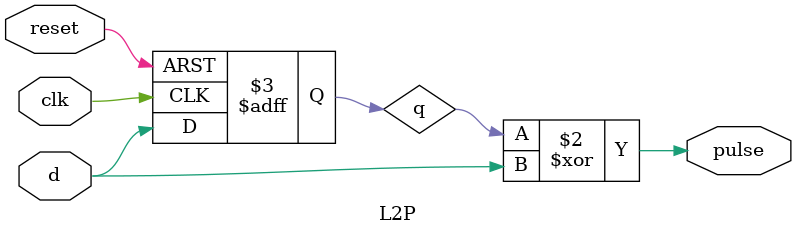
<source format=v>
`timescale 1ns / 1ps


module L2P(
  	 input  wire clk  ,
     input  wire d    ,
     input  wire reset,
     output wire pulse
    );
    reg q;
    always@(posedge clk or posedge reset) begin
        if(reset)begin
            q <= 1'b0;
        end else begin
            q <= d;    
        end
    end

    assign pulse = q ^ d;
endmodule

</source>
